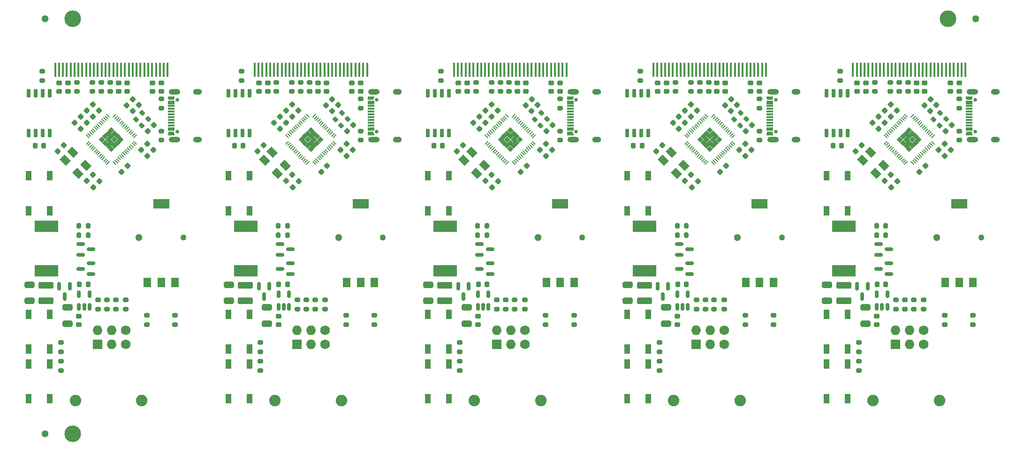
<source format=gts>
%TF.GenerationSoftware,KiCad,Pcbnew,8.99.0-3110-g1838b2656d*%
%TF.CreationDate,2025-01-19T16:03:57+01:00*%
%TF.ProjectId,panel_1x5,70616e65-6c5f-4317-9835-2e6b69636164,1.2*%
%TF.SameCoordinates,PX2faf080PY29f6300*%
%TF.FileFunction,Soldermask,Top*%
%TF.FilePolarity,Negative*%
%FSLAX46Y46*%
G04 Gerber Fmt 4.6, Leading zero omitted, Abs format (unit mm)*
G04 Created by KiCad (PCBNEW 8.99.0-3110-g1838b2656d) date 2025-01-19 16:03:57*
%MOMM*%
%LPD*%
G01*
G04 APERTURE LIST*
G04 Aperture macros list*
%AMRoundRect*
0 Rectangle with rounded corners*
0 $1 Rounding radius*
0 $2 $3 $4 $5 $6 $7 $8 $9 X,Y pos of 4 corners*
0 Add a 4 corners polygon primitive as box body*
4,1,4,$2,$3,$4,$5,$6,$7,$8,$9,$2,$3,0*
0 Add four circle primitives for the rounded corners*
1,1,$1+$1,$2,$3*
1,1,$1+$1,$4,$5*
1,1,$1+$1,$6,$7*
1,1,$1+$1,$8,$9*
0 Add four rect primitives between the rounded corners*
20,1,$1+$1,$2,$3,$4,$5,0*
20,1,$1+$1,$4,$5,$6,$7,0*
20,1,$1+$1,$6,$7,$8,$9,0*
20,1,$1+$1,$8,$9,$2,$3,0*%
%AMHorizOval*
0 Thick line with rounded ends*
0 $1 width*
0 $2 $3 position (X,Y) of the first rounded end (center of the circle)*
0 $4 $5 position (X,Y) of the second rounded end (center of the circle)*
0 Add line between two ends*
20,1,$1,$2,$3,$4,$5,0*
0 Add two circle primitives to create the rounded ends*
1,1,$1,$2,$3*
1,1,$1,$4,$5*%
%AMRotRect*
0 Rectangle, with rotation*
0 The origin of the aperture is its center*
0 $1 length*
0 $2 width*
0 $3 Rotation angle, in degrees counterclockwise*
0 Add horizontal line*
21,1,$1,$2,0,0,$3*%
G04 Aperture macros list end*
%ADD10RotRect,1.600000X1.300000X135.000000*%
%ADD11RoundRect,0.225000X0.335876X0.017678X0.017678X0.335876X-0.335876X-0.017678X-0.017678X-0.335876X0*%
%ADD12RoundRect,0.225000X-0.250000X0.225000X-0.250000X-0.225000X0.250000X-0.225000X0.250000X0.225000X0*%
%ADD13RoundRect,0.200000X-0.275000X0.200000X-0.275000X-0.200000X0.275000X-0.200000X0.275000X0.200000X0*%
%ADD14RoundRect,0.225000X-0.335876X-0.017678X-0.017678X-0.335876X0.335876X0.017678X0.017678X0.335876X0*%
%ADD15RoundRect,0.150000X0.150000X-0.512500X0.150000X0.512500X-0.150000X0.512500X-0.150000X-0.512500X0*%
%ADD16R,1.000000X1.700000*%
%ADD17RoundRect,0.200000X0.275000X-0.200000X0.275000X0.200000X-0.275000X0.200000X-0.275000X-0.200000X0*%
%ADD18R,0.400000X2.540000*%
%ADD19RoundRect,0.225000X0.017678X-0.335876X0.335876X-0.017678X-0.017678X0.335876X-0.335876X0.017678X0*%
%ADD20O,1.727200X1.727200*%
%ADD21R,1.727200X1.727200*%
%ADD22C,1.727200*%
%ADD23RoundRect,0.225000X-0.225000X-0.250000X0.225000X-0.250000X0.225000X0.250000X-0.225000X0.250000X0*%
%ADD24RoundRect,0.150000X-0.150000X0.587500X-0.150000X-0.587500X0.150000X-0.587500X0.150000X0.587500X0*%
%ADD25C,0.650000*%
%ADD26R,1.150000X0.300000*%
%ADD27R,1.100000X0.300000*%
%ADD28O,2.100000X1.000000*%
%ADD29O,1.600000X1.000000*%
%ADD30RoundRect,0.200000X-0.200000X-0.275000X0.200000X-0.275000X0.200000X0.275000X-0.200000X0.275000X0*%
%ADD31C,3.000000*%
%ADD32RoundRect,0.225000X0.250000X-0.225000X0.250000X0.225000X-0.250000X0.225000X-0.250000X-0.225000X0*%
%ADD33R,4.200000X2.000000*%
%ADD34RoundRect,0.150000X-0.587500X-0.150000X0.587500X-0.150000X0.587500X0.150000X-0.587500X0.150000X0*%
%ADD35RoundRect,0.150000X0.587500X0.150000X-0.587500X0.150000X-0.587500X-0.150000X0.587500X-0.150000X0*%
%ADD36RoundRect,0.200000X-0.053033X0.335876X-0.335876X0.053033X0.053033X-0.335876X0.335876X-0.053033X0*%
%ADD37RoundRect,0.250000X-0.650000X0.325000X-0.650000X-0.325000X0.650000X-0.325000X0.650000X0.325000X0*%
%ADD38C,1.300000*%
%ADD39C,1.100000*%
%ADD40R,1.400000X1.800000*%
%ADD41R,3.000000X1.800000*%
%ADD42RoundRect,0.250000X1.075000X-0.375000X1.075000X0.375000X-1.075000X0.375000X-1.075000X-0.375000X0*%
%ADD43RoundRect,0.250000X0.650000X-0.325000X0.650000X0.325000X-0.650000X0.325000X-0.650000X-0.325000X0*%
%ADD44RoundRect,0.225000X-0.017678X0.335876X-0.335876X0.017678X0.017678X-0.335876X0.335876X-0.017678X0*%
%ADD45RoundRect,0.150000X-0.150000X0.650000X-0.150000X-0.650000X0.150000X-0.650000X0.150000X0.650000X0*%
%ADD46HorizOval,0.200000X-0.238649X0.238649X0.238649X-0.238649X0*%
%ADD47HorizOval,0.200000X-0.238649X-0.238649X0.238649X0.238649X0*%
%ADD48RotRect,0.800000X0.800000X315.000000*%
%ADD49C,2.082800*%
%ADD50RoundRect,0.225000X0.225000X0.250000X-0.225000X0.250000X-0.225000X-0.250000X0.225000X-0.250000X0*%
%ADD51RoundRect,0.200000X0.200000X0.275000X-0.200000X0.275000X-0.200000X-0.275000X0.200000X-0.275000X0*%
G04 APERTURE END LIST*
D10*
%TO.C,Y1*%
X120373833Y-28959619D03*
X118040381Y-26626167D03*
X116626167Y-28040381D03*
X118959619Y-30373833D03*
%TD*%
D11*
%TO.C,C23*%
X12548008Y-21248008D03*
X11451992Y-20151992D03*
%TD*%
D12*
%TO.C,C7*%
X83150000Y-56224999D03*
X83150000Y-57775001D03*
%TD*%
D13*
%TO.C,R19*%
X136500000Y-56075000D03*
X136500000Y-57725000D03*
%TD*%
D14*
%TO.C,C11*%
X95451992Y-25051992D03*
X96548008Y-26148008D03*
%TD*%
D15*
%TO.C,U1*%
X83150000Y-54537500D03*
X84100000Y-54537500D03*
X85050000Y-54537500D03*
X85050000Y-52262500D03*
X83150000Y-52262500D03*
%TD*%
D13*
%TO.C,R3*%
X160200000Y-53275000D03*
X160200000Y-54925000D03*
%TD*%
D16*
%TO.C,SW1*%
X74100000Y-37150000D03*
X74100000Y-30850000D03*
X77900000Y-37150000D03*
X77900000Y-30850000D03*
%TD*%
D17*
%TO.C,R11*%
X134000000Y-24425000D03*
X134000000Y-22775000D03*
%TD*%
D18*
%TO.C,OLEDM1*%
X135150000Y-11700000D03*
X134450000Y-11700000D03*
X133750000Y-11700000D03*
X133050000Y-11700000D03*
X132350000Y-11700000D03*
X131650002Y-11700001D03*
X130949999Y-11700001D03*
X130249998Y-11699998D03*
X129550002Y-11700002D03*
X128849998Y-11700000D03*
X128149998Y-11700001D03*
X127450001Y-11700000D03*
X126749998Y-11700000D03*
X126050000Y-11699998D03*
X125350000Y-11699999D03*
X124649998Y-11700000D03*
X123950000Y-11699998D03*
X123250001Y-11699999D03*
X122550000Y-11700002D03*
X121849999Y-11699998D03*
X121150002Y-11699999D03*
X120449998Y-11700002D03*
X119750001Y-11700001D03*
X119050001Y-11699998D03*
X118350000Y-11700002D03*
X117650000Y-11700002D03*
X116949998Y-11700000D03*
X116250000Y-11700000D03*
X115550000Y-11700000D03*
X114850002Y-11700001D03*
%TD*%
D19*
%TO.C,C20*%
X59551992Y-22748008D03*
X60648008Y-21651992D03*
%TD*%
D13*
%TO.C,R3*%
X88200000Y-53275000D03*
X88200000Y-54925000D03*
%TD*%
D20*
%TO.C,X1*%
X14520000Y-58750000D03*
D21*
X14520000Y-61290000D03*
D20*
X17060000Y-58750000D03*
X17060000Y-61290000D03*
D22*
X19600000Y-58750000D03*
X19600000Y-61290000D03*
%TD*%
D11*
%TO.C,C24*%
X158748008Y-19048008D03*
X157651992Y-17951992D03*
%TD*%
D13*
%TO.C,R8*%
X118800000Y-13975000D03*
X118800000Y-15625000D03*
%TD*%
D11*
%TO.C,C23*%
X120548008Y-21248008D03*
X119451992Y-20151992D03*
%TD*%
D17*
%TO.C,R7*%
X159200000Y-15625000D03*
X159200000Y-13975000D03*
%TD*%
D23*
%TO.C,C9*%
X155224999Y-50500000D03*
X156775001Y-50500000D03*
%TD*%
D24*
%TO.C,U2*%
X9505000Y-50802500D03*
X7605001Y-50802499D03*
X8555000Y-52677500D03*
%TD*%
D17*
%TO.C,R2*%
X86600000Y-54925000D03*
X86600000Y-53275000D03*
%TD*%
D11*
%TO.C,C23*%
X48548008Y-21248008D03*
X47451992Y-20151992D03*
%TD*%
D19*
%TO.C,C20*%
X131551992Y-22748008D03*
X132648008Y-21651992D03*
%TD*%
D14*
%TO.C,C11*%
X23451992Y-25051992D03*
X24548008Y-26148008D03*
%TD*%
D13*
%TO.C,R4*%
X161800000Y-53275000D03*
X161800000Y-54925000D03*
%TD*%
D17*
%TO.C,R7*%
X87200000Y-15625000D03*
X87200000Y-13975000D03*
%TD*%
D25*
%TO.C,J3*%
X64895000Y-22890000D03*
X64895001Y-17110000D03*
D26*
X63830000Y-23349999D03*
X63830000Y-22550000D03*
X63830000Y-21250001D03*
X63830000Y-20249999D03*
X63830000Y-19749999D03*
X63829999Y-18750000D03*
X63830000Y-17450000D03*
X63830000Y-16649999D03*
D27*
X63805000Y-16950000D03*
D26*
X63829999Y-17749999D03*
X63830000Y-18250000D03*
X63830001Y-19250000D03*
X63830000Y-20750000D03*
X63830001Y-21749999D03*
X63830001Y-22250001D03*
D27*
X63805000Y-23050001D03*
D28*
X64395000Y-24320002D03*
D29*
X68575000Y-24320001D03*
D28*
X64394998Y-15680000D03*
D29*
X68575000Y-15680000D03*
%TD*%
D19*
%TO.C,C18*%
X128825000Y-19175000D03*
X129921016Y-18078984D03*
%TD*%
D23*
%TO.C,C9*%
X11224999Y-50500000D03*
X12775001Y-50500000D03*
%TD*%
D11*
%TO.C,C23*%
X84548008Y-21248008D03*
X83451992Y-20151992D03*
%TD*%
D30*
%TO.C,R10*%
X119125000Y-41550000D03*
X120775000Y-41550000D03*
%TD*%
D11*
%TO.C,C17*%
X155448008Y-22348008D03*
X154351992Y-21251992D03*
%TD*%
D13*
%TO.C,R19*%
X28500000Y-56075000D03*
X28500000Y-57725000D03*
%TD*%
D30*
%TO.C,R10*%
X155125000Y-41550000D03*
X156775000Y-41550000D03*
%TD*%
D31*
%TO.C,REF\u002A\u002A*%
X10000000Y-77500000D03*
%TD*%
D10*
%TO.C,Y1*%
X48373833Y-28959619D03*
X46040381Y-26626167D03*
X44626167Y-28040381D03*
X46959619Y-30373833D03*
%TD*%
D11*
%TO.C,C16*%
X85648008Y-20148008D03*
X84551992Y-19051992D03*
%TD*%
D15*
%TO.C,U1*%
X11150000Y-54537500D03*
X12100000Y-54537500D03*
X13050000Y-54537500D03*
X13050000Y-52262500D03*
X11150000Y-52262500D03*
%TD*%
D32*
%TO.C,C1*%
X134000000Y-15575001D03*
X134000000Y-14024999D03*
%TD*%
%TO.C,C1*%
X26000000Y-15575001D03*
X26000000Y-14024999D03*
%TD*%
D17*
%TO.C,R16*%
X43900000Y-66025000D03*
X43900000Y-64375000D03*
%TD*%
D18*
%TO.C,OLEDM1*%
X63150000Y-11700000D03*
X62450000Y-11700000D03*
X61750000Y-11700000D03*
X61050000Y-11700000D03*
X60350000Y-11700000D03*
X59650002Y-11700001D03*
X58949999Y-11700001D03*
X58249998Y-11699998D03*
X57550002Y-11700002D03*
X56849998Y-11700000D03*
X56149998Y-11700001D03*
X55450001Y-11700000D03*
X54749998Y-11700000D03*
X54050000Y-11699998D03*
X53350000Y-11699999D03*
X52649998Y-11700000D03*
X51950000Y-11699998D03*
X51250001Y-11699999D03*
X50550000Y-11700002D03*
X49849999Y-11699998D03*
X49150002Y-11699999D03*
X48449998Y-11700002D03*
X47750001Y-11700001D03*
X47050001Y-11699998D03*
X46350000Y-11700002D03*
X45650000Y-11700002D03*
X44949998Y-11700000D03*
X44250000Y-11700000D03*
X43550000Y-11700000D03*
X42850002Y-11700001D03*
%TD*%
D12*
%TO.C,C4*%
X43600000Y-14024999D03*
X43600000Y-15575001D03*
%TD*%
%TO.C,C6*%
X153200000Y-14024999D03*
X153200000Y-15575001D03*
%TD*%
D11*
%TO.C,C16*%
X49648008Y-20148008D03*
X48551992Y-19051992D03*
%TD*%
%TO.C,C16*%
X13648008Y-20148008D03*
X12551992Y-19051992D03*
%TD*%
D33*
%TO.C,LS1*%
X113250000Y-48000000D03*
X113250000Y-40000000D03*
%TD*%
D17*
%TO.C,R2*%
X14600000Y-54925000D03*
X14600000Y-53275000D03*
%TD*%
D34*
%TO.C,Q2*%
X11462499Y-43200004D03*
X11462499Y-45100002D03*
X13337500Y-44150003D03*
%TD*%
D23*
%TO.C,C9*%
X47224999Y-50500000D03*
X48775001Y-50500000D03*
%TD*%
D31*
%TO.C,REF\u002A\u002A*%
X10000000Y-2500000D03*
%TD*%
D17*
%TO.C,R6*%
X49600000Y-15625000D03*
X49600000Y-13975000D03*
%TD*%
D19*
%TO.C,C22*%
X12551992Y-31748008D03*
X13648008Y-30651992D03*
%TD*%
%TO.C,C20*%
X167551992Y-22748008D03*
X168648008Y-21651992D03*
%TD*%
D35*
%TO.C,Q1*%
X49337502Y-48599997D03*
X49337501Y-46700001D03*
X47462500Y-47650000D03*
%TD*%
D36*
%TO.C,R15*%
X130583363Y-19516637D03*
X129416637Y-20683363D03*
%TD*%
D37*
%TO.C,C10*%
X45100000Y-54625000D03*
X45100000Y-57575000D03*
%TD*%
D15*
%TO.C,U1*%
X155150000Y-54537500D03*
X156100000Y-54537500D03*
X157050000Y-54537500D03*
X157050000Y-52262500D03*
X155150000Y-52262500D03*
%TD*%
D17*
%TO.C,R11*%
X26000000Y-24425000D03*
X26000000Y-22775000D03*
%TD*%
%TO.C,R11*%
X98000000Y-24425000D03*
X98000000Y-22775000D03*
%TD*%
D38*
%TO.C,SW2*%
X22000000Y-42000000D03*
D39*
X30000000Y-42000000D03*
D40*
X23500000Y-50100000D03*
X28500000Y-50100000D03*
D41*
X26000000Y-35900000D03*
D40*
X26000000Y-50100000D03*
%TD*%
D13*
%TO.C,R12*%
X98000000Y-16975000D03*
X98000000Y-18625000D03*
%TD*%
D38*
%TO.C,REF\u002A\u002A*%
X5000000Y-77500000D03*
%TD*%
D36*
%TO.C,R14*%
X59633363Y-20566637D03*
X58466637Y-21733363D03*
%TD*%
D14*
%TO.C,C11*%
X59451992Y-25051992D03*
X60548008Y-26148008D03*
%TD*%
%TO.C,C12*%
X58351992Y-26151992D03*
X59448008Y-27248008D03*
%TD*%
D35*
%TO.C,Q1*%
X157337502Y-48599997D03*
X157337501Y-46700001D03*
X155462500Y-47650000D03*
%TD*%
D17*
%TO.C,R16*%
X79900000Y-66025000D03*
X79900000Y-64375000D03*
%TD*%
D10*
%TO.C,Y1*%
X84373833Y-28959619D03*
X82040381Y-26626167D03*
X80626167Y-28040381D03*
X82959619Y-30373833D03*
%TD*%
D17*
%TO.C,R13*%
X79900000Y-62625000D03*
X79900000Y-60975000D03*
%TD*%
D12*
%TO.C,C7*%
X47150000Y-56224999D03*
X47150000Y-57775001D03*
%TD*%
D42*
%TO.C,L1*%
X77200000Y-53400000D03*
X77200000Y-50600000D03*
%TD*%
D32*
%TO.C,C1*%
X62000000Y-15575001D03*
X62000000Y-14024999D03*
%TD*%
D12*
%TO.C,C4*%
X151600000Y-14024999D03*
X151600000Y-15575001D03*
%TD*%
D43*
%TO.C,C8*%
X146200000Y-53475000D03*
X146200000Y-50525000D03*
%TD*%
D23*
%TO.C,C9*%
X83224999Y-50500000D03*
X84775001Y-50500000D03*
%TD*%
D11*
%TO.C,C24*%
X50748008Y-19048008D03*
X49651992Y-17951992D03*
%TD*%
D17*
%TO.C,R6*%
X121600000Y-15625000D03*
X121600000Y-13975000D03*
%TD*%
D44*
%TO.C,C14*%
X55948008Y-29051992D03*
X54851992Y-30148008D03*
%TD*%
%TO.C,C15*%
X86848008Y-31851992D03*
X85751992Y-32948008D03*
%TD*%
D24*
%TO.C,U2*%
X153505000Y-50802500D03*
X151605001Y-50802499D03*
X152555000Y-52677500D03*
%TD*%
D19*
%TO.C,C19*%
X19775000Y-18125000D03*
X20871016Y-17028984D03*
%TD*%
D35*
%TO.C,Q1*%
X13337502Y-48599997D03*
X13337501Y-46700001D03*
X11462500Y-47650000D03*
%TD*%
D45*
%TO.C,U3*%
X113905000Y-15900003D03*
X112635000Y-15900000D03*
X111365000Y-15900000D03*
X110095001Y-15899999D03*
X110095000Y-23099997D03*
X111365000Y-23100000D03*
X112635000Y-23100000D03*
X113904999Y-23100001D03*
%TD*%
D16*
%TO.C,SW3*%
X146100000Y-71150000D03*
X146100000Y-64850000D03*
X149900000Y-71150000D03*
X149900000Y-64850000D03*
%TD*%
D10*
%TO.C,Y1*%
X156373833Y-28959619D03*
X154040381Y-26626167D03*
X152626167Y-28040381D03*
X154959619Y-30373833D03*
%TD*%
D17*
%TO.C,R13*%
X43900000Y-62625000D03*
X43900000Y-60975000D03*
%TD*%
D34*
%TO.C,Q2*%
X119462499Y-43200004D03*
X119462499Y-45100002D03*
X121337500Y-44150003D03*
%TD*%
D16*
%TO.C,SW1*%
X110100000Y-37150000D03*
X110100000Y-30850000D03*
X113900000Y-37150000D03*
X113900000Y-30850000D03*
%TD*%
D11*
%TO.C,C16*%
X121648008Y-20148008D03*
X120551992Y-19051992D03*
%TD*%
%TO.C,C17*%
X47448008Y-22348008D03*
X46351992Y-21251992D03*
%TD*%
D14*
%TO.C,C12*%
X22351992Y-26151992D03*
X23448008Y-27248008D03*
%TD*%
D11*
%TO.C,C17*%
X119448008Y-22348008D03*
X118351992Y-21251992D03*
%TD*%
D19*
%TO.C,C18*%
X164825000Y-19175000D03*
X165921016Y-18078984D03*
%TD*%
D46*
%TO.C,U4*%
X88407797Y-20030841D03*
X88124956Y-20313685D03*
X87842112Y-20596528D03*
X87559270Y-20879371D03*
X87276427Y-21162214D03*
X86993584Y-21445056D03*
X86710743Y-21727898D03*
X86427900Y-22010743D03*
X86145055Y-22293583D03*
X85862214Y-22576427D03*
X85579371Y-22859269D03*
X85296529Y-23142111D03*
X85013683Y-23424956D03*
X84730840Y-23707797D03*
D47*
X84730841Y-24892203D03*
X85013685Y-25175044D03*
X85296528Y-25457888D03*
X85579371Y-25740730D03*
X85862214Y-26023573D03*
X86145056Y-26306416D03*
X86427898Y-26589257D03*
X86710743Y-26872100D03*
X86993583Y-27154945D03*
X87276427Y-27437786D03*
X87559269Y-27720629D03*
X87842111Y-28003471D03*
X88124956Y-28286317D03*
X88407797Y-28569160D03*
D46*
X89592203Y-28569159D03*
X89875044Y-28286315D03*
X90157888Y-28003472D03*
X90440730Y-27720629D03*
X90723573Y-27437786D03*
X91006416Y-27154944D03*
X91289257Y-26872102D03*
X91572100Y-26589257D03*
X91854945Y-26306417D03*
X92137786Y-26023573D03*
X92420629Y-25740731D03*
X92703471Y-25457889D03*
X92986317Y-25175044D03*
X93269160Y-24892203D03*
D47*
X93269159Y-23707797D03*
X92986315Y-23424956D03*
X92703472Y-23142112D03*
X92420629Y-22859270D03*
X92137786Y-22576427D03*
X91854944Y-22293584D03*
X91572102Y-22010743D03*
X91289257Y-21727900D03*
X91006417Y-21445055D03*
X90723573Y-21162214D03*
X90440731Y-20879371D03*
X90157889Y-20596529D03*
X89875044Y-20313683D03*
X89592203Y-20030840D03*
D48*
X88434312Y-23168627D03*
X87868628Y-23734314D03*
X87302943Y-24299999D03*
X89000001Y-22602943D03*
X89565686Y-23168628D03*
X89000000Y-23734315D03*
X88434315Y-24300000D03*
X87868627Y-24865688D03*
X90131373Y-23734312D03*
X89565685Y-24300000D03*
X89000000Y-24865685D03*
X88434314Y-25431372D03*
X88999999Y-25997057D03*
X90697057Y-24300001D03*
X90131372Y-24865686D03*
X89565688Y-25431373D03*
%TD*%
D13*
%TO.C,R17*%
X4500000Y-11975000D03*
X4500000Y-13625000D03*
%TD*%
%TO.C,R12*%
X26000000Y-16975000D03*
X26000000Y-18625000D03*
%TD*%
%TO.C,R8*%
X10800000Y-13975000D03*
X10800000Y-15625000D03*
%TD*%
D19*
%TO.C,C20*%
X23551992Y-22748008D03*
X24648008Y-21651992D03*
%TD*%
D13*
%TO.C,R3*%
X124200000Y-53275000D03*
X124200000Y-54925000D03*
%TD*%
D32*
%TO.C,C3*%
X19800000Y-15575001D03*
X19800000Y-14024999D03*
%TD*%
D34*
%TO.C,Q2*%
X155462499Y-43200004D03*
X155462499Y-45100002D03*
X157337500Y-44150003D03*
%TD*%
D17*
%TO.C,R1*%
X127600000Y-54925000D03*
X127600000Y-53275000D03*
%TD*%
%TO.C,R7*%
X51200000Y-15625000D03*
X51200000Y-13975000D03*
%TD*%
D49*
%TO.C,J2*%
X154500000Y-71500000D03*
%TD*%
D19*
%TO.C,C18*%
X20825000Y-19175000D03*
X21921016Y-18078984D03*
%TD*%
D17*
%TO.C,R13*%
X115900000Y-62625000D03*
X115900000Y-60975000D03*
%TD*%
D44*
%TO.C,C14*%
X163948008Y-29051992D03*
X162851992Y-30148008D03*
%TD*%
D49*
%TO.C,J2*%
X82500000Y-71500000D03*
%TD*%
D44*
%TO.C,C15*%
X50848008Y-31851992D03*
X49751992Y-32948008D03*
%TD*%
D32*
%TO.C,C2*%
X168400000Y-15575001D03*
X168400000Y-14024999D03*
%TD*%
D44*
%TO.C,C14*%
X127948008Y-29051992D03*
X126851992Y-30148008D03*
%TD*%
D17*
%TO.C,R13*%
X7900000Y-62625000D03*
X7900000Y-60975000D03*
%TD*%
%TO.C,R5*%
X16800000Y-15625000D03*
X16800000Y-13975000D03*
%TD*%
D19*
%TO.C,C19*%
X91775000Y-18125000D03*
X92871016Y-17028984D03*
%TD*%
D20*
%TO.C,X1*%
X122520000Y-58750000D03*
D21*
X122520000Y-61290000D03*
D20*
X125060000Y-58750000D03*
X125060000Y-61290000D03*
D22*
X127600000Y-58750000D03*
X127600000Y-61290000D03*
%TD*%
D14*
%TO.C,C12*%
X130351992Y-26151992D03*
X131448008Y-27248008D03*
%TD*%
D18*
%TO.C,OLEDM1*%
X27150000Y-11700000D03*
X26450000Y-11700000D03*
X25750000Y-11700000D03*
X25050000Y-11700000D03*
X24350000Y-11700000D03*
X23650002Y-11700001D03*
X22949999Y-11700001D03*
X22249998Y-11699998D03*
X21550002Y-11700002D03*
X20849998Y-11700000D03*
X20149998Y-11700001D03*
X19450001Y-11700000D03*
X18749998Y-11700000D03*
X18050000Y-11699998D03*
X17350000Y-11699999D03*
X16649998Y-11700000D03*
X15950000Y-11699998D03*
X15250001Y-11699999D03*
X14550000Y-11700002D03*
X13849999Y-11699998D03*
X13150002Y-11699999D03*
X12449998Y-11700002D03*
X11750001Y-11700001D03*
X11050001Y-11699998D03*
X10350000Y-11700002D03*
X9650000Y-11700002D03*
X8949998Y-11700000D03*
X8250000Y-11700000D03*
X7550000Y-11700000D03*
X6850002Y-11700001D03*
%TD*%
D15*
%TO.C,U1*%
X47150000Y-54537500D03*
X48100000Y-54537500D03*
X49050000Y-54537500D03*
X49050000Y-52262500D03*
X47150000Y-52262500D03*
%TD*%
D49*
%TO.C,J2*%
X46500000Y-71500000D03*
%TD*%
D13*
%TO.C,R18*%
X167400000Y-56075000D03*
X167400000Y-57725000D03*
%TD*%
D32*
%TO.C,C2*%
X24400000Y-15575001D03*
X24400000Y-14024999D03*
%TD*%
D17*
%TO.C,R1*%
X163600000Y-54925000D03*
X163600000Y-53275000D03*
%TD*%
D36*
%TO.C,R14*%
X167633363Y-20566637D03*
X166466637Y-21733363D03*
%TD*%
D35*
%TO.C,Q1*%
X85337502Y-48599997D03*
X85337501Y-46700001D03*
X83462500Y-47650000D03*
%TD*%
D13*
%TO.C,R19*%
X172500000Y-56075000D03*
X172500000Y-57725000D03*
%TD*%
D12*
%TO.C,C6*%
X117200000Y-14024999D03*
X117200000Y-15575001D03*
%TD*%
D50*
%TO.C,C13*%
X76775001Y-25400000D03*
X75224999Y-25400000D03*
%TD*%
D16*
%TO.C,SW4*%
X38100000Y-62150000D03*
X38100000Y-55850000D03*
X41900000Y-62150000D03*
X41900000Y-55850000D03*
%TD*%
D36*
%TO.C,R15*%
X22583363Y-19516637D03*
X21416637Y-20683363D03*
%TD*%
D17*
%TO.C,R11*%
X62000000Y-24425000D03*
X62000000Y-22775000D03*
%TD*%
D46*
%TO.C,U4*%
X52407797Y-20030841D03*
X52124956Y-20313685D03*
X51842112Y-20596528D03*
X51559270Y-20879371D03*
X51276427Y-21162214D03*
X50993584Y-21445056D03*
X50710743Y-21727898D03*
X50427900Y-22010743D03*
X50145055Y-22293583D03*
X49862214Y-22576427D03*
X49579371Y-22859269D03*
X49296529Y-23142111D03*
X49013683Y-23424956D03*
X48730840Y-23707797D03*
D47*
X48730841Y-24892203D03*
X49013685Y-25175044D03*
X49296528Y-25457888D03*
X49579371Y-25740730D03*
X49862214Y-26023573D03*
X50145056Y-26306416D03*
X50427898Y-26589257D03*
X50710743Y-26872100D03*
X50993583Y-27154945D03*
X51276427Y-27437786D03*
X51559269Y-27720629D03*
X51842111Y-28003471D03*
X52124956Y-28286317D03*
X52407797Y-28569160D03*
D46*
X53592203Y-28569159D03*
X53875044Y-28286315D03*
X54157888Y-28003472D03*
X54440730Y-27720629D03*
X54723573Y-27437786D03*
X55006416Y-27154944D03*
X55289257Y-26872102D03*
X55572100Y-26589257D03*
X55854945Y-26306417D03*
X56137786Y-26023573D03*
X56420629Y-25740731D03*
X56703471Y-25457889D03*
X56986317Y-25175044D03*
X57269160Y-24892203D03*
D47*
X57269159Y-23707797D03*
X56986315Y-23424956D03*
X56703472Y-23142112D03*
X56420629Y-22859270D03*
X56137786Y-22576427D03*
X55854944Y-22293584D03*
X55572102Y-22010743D03*
X55289257Y-21727900D03*
X55006417Y-21445055D03*
X54723573Y-21162214D03*
X54440731Y-20879371D03*
X54157889Y-20596529D03*
X53875044Y-20313683D03*
X53592203Y-20030840D03*
D48*
X52434312Y-23168627D03*
X51868628Y-23734314D03*
X51302943Y-24299999D03*
X53000001Y-22602943D03*
X53565686Y-23168628D03*
X53000000Y-23734315D03*
X52434315Y-24300000D03*
X51868627Y-24865688D03*
X54131373Y-23734312D03*
X53565685Y-24300000D03*
X53000000Y-24865685D03*
X52434314Y-25431372D03*
X52999999Y-25997057D03*
X54697057Y-24300001D03*
X54131372Y-24865686D03*
X53565688Y-25431373D03*
%TD*%
D17*
%TO.C,R16*%
X151900000Y-66025000D03*
X151900000Y-64375000D03*
%TD*%
D16*
%TO.C,SW4*%
X2100000Y-62150000D03*
X2100000Y-55850000D03*
X5900000Y-62150000D03*
X5900000Y-55850000D03*
%TD*%
%TO.C,SW3*%
X110100000Y-71150000D03*
X110100000Y-64850000D03*
X113900000Y-71150000D03*
X113900000Y-64850000D03*
%TD*%
D46*
%TO.C,U4*%
X124407797Y-20030841D03*
X124124956Y-20313685D03*
X123842112Y-20596528D03*
X123559270Y-20879371D03*
X123276427Y-21162214D03*
X122993584Y-21445056D03*
X122710743Y-21727898D03*
X122427900Y-22010743D03*
X122145055Y-22293583D03*
X121862214Y-22576427D03*
X121579371Y-22859269D03*
X121296529Y-23142111D03*
X121013683Y-23424956D03*
X120730840Y-23707797D03*
D47*
X120730841Y-24892203D03*
X121013685Y-25175044D03*
X121296528Y-25457888D03*
X121579371Y-25740730D03*
X121862214Y-26023573D03*
X122145056Y-26306416D03*
X122427898Y-26589257D03*
X122710743Y-26872100D03*
X122993583Y-27154945D03*
X123276427Y-27437786D03*
X123559269Y-27720629D03*
X123842111Y-28003471D03*
X124124956Y-28286317D03*
X124407797Y-28569160D03*
D46*
X125592203Y-28569159D03*
X125875044Y-28286315D03*
X126157888Y-28003472D03*
X126440730Y-27720629D03*
X126723573Y-27437786D03*
X127006416Y-27154944D03*
X127289257Y-26872102D03*
X127572100Y-26589257D03*
X127854945Y-26306417D03*
X128137786Y-26023573D03*
X128420629Y-25740731D03*
X128703471Y-25457889D03*
X128986317Y-25175044D03*
X129269160Y-24892203D03*
D47*
X129269159Y-23707797D03*
X128986315Y-23424956D03*
X128703472Y-23142112D03*
X128420629Y-22859270D03*
X128137786Y-22576427D03*
X127854944Y-22293584D03*
X127572102Y-22010743D03*
X127289257Y-21727900D03*
X127006417Y-21445055D03*
X126723573Y-21162214D03*
X126440731Y-20879371D03*
X126157889Y-20596529D03*
X125875044Y-20313683D03*
X125592203Y-20030840D03*
D48*
X124434312Y-23168627D03*
X123868628Y-23734314D03*
X123302943Y-24299999D03*
X125000001Y-22602943D03*
X125565686Y-23168628D03*
X125000000Y-23734315D03*
X124434315Y-24300000D03*
X123868627Y-24865688D03*
X126131373Y-23734312D03*
X125565685Y-24300000D03*
X125000000Y-24865685D03*
X124434314Y-25431372D03*
X124999999Y-25997057D03*
X126697057Y-24300001D03*
X126131372Y-24865686D03*
X125565688Y-25431373D03*
%TD*%
D25*
%TO.C,J3*%
X136895000Y-22890000D03*
X136895001Y-17110000D03*
D26*
X135830000Y-23349999D03*
X135830000Y-22550000D03*
X135830000Y-21250001D03*
X135830000Y-20249999D03*
X135830000Y-19749999D03*
X135829999Y-18750000D03*
X135830000Y-17450000D03*
X135830000Y-16649999D03*
D27*
X135805000Y-16950000D03*
D26*
X135829999Y-17749999D03*
X135830000Y-18250000D03*
X135830001Y-19250000D03*
X135830000Y-20750000D03*
X135830001Y-21749999D03*
X135830001Y-22250001D03*
D27*
X135805000Y-23050001D03*
D28*
X136395000Y-24320002D03*
D29*
X140575000Y-24320001D03*
D28*
X136394998Y-15680000D03*
D29*
X140575000Y-15680000D03*
%TD*%
D13*
%TO.C,R8*%
X82800000Y-13975000D03*
X82800000Y-15625000D03*
%TD*%
D19*
%TO.C,C18*%
X92825000Y-19175000D03*
X93921016Y-18078984D03*
%TD*%
D43*
%TO.C,C8*%
X2200000Y-53475000D03*
X2200000Y-50525000D03*
%TD*%
D30*
%TO.C,R10*%
X83125000Y-41550000D03*
X84775000Y-41550000D03*
%TD*%
D37*
%TO.C,C10*%
X153100000Y-54625000D03*
X153100000Y-57575000D03*
%TD*%
D25*
%TO.C,J3*%
X28895000Y-22890000D03*
X28895001Y-17110000D03*
D26*
X27830000Y-23349999D03*
X27830000Y-22550000D03*
X27830000Y-21250001D03*
X27830000Y-20249999D03*
X27830000Y-19749999D03*
X27829999Y-18750000D03*
X27830000Y-17450000D03*
X27830000Y-16649999D03*
D27*
X27805000Y-16950000D03*
D26*
X27829999Y-17749999D03*
X27830000Y-18250000D03*
X27830001Y-19250000D03*
X27830000Y-20750000D03*
X27830001Y-21749999D03*
X27830001Y-22250001D03*
D27*
X27805000Y-23050001D03*
D28*
X28395000Y-24320002D03*
D29*
X32575000Y-24320001D03*
D28*
X28394998Y-15680000D03*
D29*
X32575000Y-15680000D03*
%TD*%
D17*
%TO.C,R5*%
X124800000Y-15625000D03*
X124800000Y-13975000D03*
%TD*%
D43*
%TO.C,C8*%
X38200000Y-53475000D03*
X38200000Y-50525000D03*
%TD*%
D11*
%TO.C,C23*%
X156548008Y-21248008D03*
X155451992Y-20151992D03*
%TD*%
D14*
%TO.C,C11*%
X167451992Y-25051992D03*
X168548008Y-26148008D03*
%TD*%
D13*
%TO.C,R17*%
X148500000Y-11975000D03*
X148500000Y-13625000D03*
%TD*%
D44*
%TO.C,C14*%
X19948008Y-29051992D03*
X18851992Y-30148008D03*
%TD*%
D38*
%TO.C,SW2*%
X94000000Y-42000000D03*
D39*
X102000000Y-42000000D03*
D40*
X95500000Y-50100000D03*
X100500000Y-50100000D03*
D41*
X98000000Y-35900000D03*
D40*
X98000000Y-50100000D03*
%TD*%
D25*
%TO.C,J3*%
X172895000Y-22890000D03*
X172895001Y-17110000D03*
D26*
X171830000Y-23349999D03*
X171830000Y-22550000D03*
X171830000Y-21250001D03*
X171830000Y-20249999D03*
X171830000Y-19749999D03*
X171829999Y-18750000D03*
X171830000Y-17450000D03*
X171830000Y-16649999D03*
D27*
X171805000Y-16950000D03*
D26*
X171829999Y-17749999D03*
X171830000Y-18250000D03*
X171830001Y-19250000D03*
X171830000Y-20750000D03*
X171830001Y-21749999D03*
X171830001Y-22250001D03*
D27*
X171805000Y-23050001D03*
D28*
X172395000Y-24320002D03*
D29*
X176575000Y-24320001D03*
D28*
X172394998Y-15680000D03*
D29*
X176575000Y-15680000D03*
%TD*%
D17*
%TO.C,R6*%
X85600000Y-15625000D03*
X85600000Y-13975000D03*
%TD*%
D51*
%TO.C,R9*%
X12775000Y-39900000D03*
X11125000Y-39900000D03*
%TD*%
D49*
%TO.C,J1*%
X130500000Y-71500000D03*
%TD*%
D13*
%TO.C,R18*%
X131400000Y-56075000D03*
X131400000Y-57725000D03*
%TD*%
D45*
%TO.C,U3*%
X77905000Y-15900003D03*
X76635000Y-15900000D03*
X75365000Y-15900000D03*
X74095001Y-15899999D03*
X74095000Y-23099997D03*
X75365000Y-23100000D03*
X76635000Y-23100000D03*
X77904999Y-23100001D03*
%TD*%
D36*
%TO.C,R15*%
X58583363Y-19516637D03*
X57416637Y-20683363D03*
%TD*%
D38*
%TO.C,REF\u002A\u002A*%
X5000000Y-2500000D03*
%TD*%
D13*
%TO.C,R3*%
X52200000Y-53275000D03*
X52200000Y-54925000D03*
%TD*%
D51*
%TO.C,R9*%
X120775000Y-39900000D03*
X119125000Y-39900000D03*
%TD*%
D44*
%TO.C,C15*%
X158848008Y-31851992D03*
X157751992Y-32948008D03*
%TD*%
D31*
%TO.C,REF\u002A\u002A*%
X168000000Y-2500000D03*
%TD*%
D20*
%TO.C,X1*%
X86520000Y-58750000D03*
D21*
X86520000Y-61290000D03*
D20*
X89060000Y-58750000D03*
X89060000Y-61290000D03*
D22*
X91600000Y-58750000D03*
X91600000Y-61290000D03*
%TD*%
D13*
%TO.C,R17*%
X40500000Y-11975000D03*
X40500000Y-13625000D03*
%TD*%
D42*
%TO.C,L1*%
X149200000Y-53400000D03*
X149200000Y-50600000D03*
%TD*%
D13*
%TO.C,R4*%
X53800000Y-53275000D03*
X53800000Y-54925000D03*
%TD*%
D20*
%TO.C,X1*%
X50520000Y-58750000D03*
D21*
X50520000Y-61290000D03*
D20*
X53060000Y-58750000D03*
X53060000Y-61290000D03*
D22*
X55600000Y-58750000D03*
X55600000Y-61290000D03*
%TD*%
D51*
%TO.C,R9*%
X48775000Y-39900000D03*
X47125000Y-39900000D03*
%TD*%
D17*
%TO.C,R6*%
X157600000Y-15625000D03*
X157600000Y-13975000D03*
%TD*%
D46*
%TO.C,U4*%
X16407797Y-20030841D03*
X16124956Y-20313685D03*
X15842112Y-20596528D03*
X15559270Y-20879371D03*
X15276427Y-21162214D03*
X14993584Y-21445056D03*
X14710743Y-21727898D03*
X14427900Y-22010743D03*
X14145055Y-22293583D03*
X13862214Y-22576427D03*
X13579371Y-22859269D03*
X13296529Y-23142111D03*
X13013683Y-23424956D03*
X12730840Y-23707797D03*
D47*
X12730841Y-24892203D03*
X13013685Y-25175044D03*
X13296528Y-25457888D03*
X13579371Y-25740730D03*
X13862214Y-26023573D03*
X14145056Y-26306416D03*
X14427898Y-26589257D03*
X14710743Y-26872100D03*
X14993583Y-27154945D03*
X15276427Y-27437786D03*
X15559269Y-27720629D03*
X15842111Y-28003471D03*
X16124956Y-28286317D03*
X16407797Y-28569160D03*
D46*
X17592203Y-28569159D03*
X17875044Y-28286315D03*
X18157888Y-28003472D03*
X18440730Y-27720629D03*
X18723573Y-27437786D03*
X19006416Y-27154944D03*
X19289257Y-26872102D03*
X19572100Y-26589257D03*
X19854945Y-26306417D03*
X20137786Y-26023573D03*
X20420629Y-25740731D03*
X20703471Y-25457889D03*
X20986317Y-25175044D03*
X21269160Y-24892203D03*
D47*
X21269159Y-23707797D03*
X20986315Y-23424956D03*
X20703472Y-23142112D03*
X20420629Y-22859270D03*
X20137786Y-22576427D03*
X19854944Y-22293584D03*
X19572102Y-22010743D03*
X19289257Y-21727900D03*
X19006417Y-21445055D03*
X18723573Y-21162214D03*
X18440731Y-20879371D03*
X18157889Y-20596529D03*
X17875044Y-20313683D03*
X17592203Y-20030840D03*
D48*
X16434312Y-23168627D03*
X15868628Y-23734314D03*
X15302943Y-24299999D03*
X17000001Y-22602943D03*
X17565686Y-23168628D03*
X17000000Y-23734315D03*
X16434315Y-24300000D03*
X15868627Y-24865688D03*
X18131373Y-23734312D03*
X17565685Y-24300000D03*
X17000000Y-24865685D03*
X16434314Y-25431372D03*
X16999999Y-25997057D03*
X18697057Y-24300001D03*
X18131372Y-24865686D03*
X17565688Y-25431373D03*
%TD*%
D43*
%TO.C,C8*%
X74200000Y-53475000D03*
X74200000Y-50525000D03*
%TD*%
D37*
%TO.C,C10*%
X9100000Y-54625000D03*
X9100000Y-57575000D03*
%TD*%
D32*
%TO.C,C5*%
X90300000Y-15575001D03*
X90300000Y-14024999D03*
%TD*%
D42*
%TO.C,L1*%
X41200000Y-53400000D03*
X41200000Y-50600000D03*
%TD*%
D32*
%TO.C,C3*%
X55800000Y-15575001D03*
X55800000Y-14024999D03*
%TD*%
D44*
%TO.C,C21*%
X44448008Y-25351992D03*
X43351992Y-26448008D03*
%TD*%
D32*
%TO.C,C2*%
X60400000Y-15575001D03*
X60400000Y-14024999D03*
%TD*%
D13*
%TO.C,R17*%
X76500000Y-11975000D03*
X76500000Y-13625000D03*
%TD*%
D44*
%TO.C,C15*%
X14848008Y-31851992D03*
X13751992Y-32948008D03*
%TD*%
%TO.C,C21*%
X8448008Y-25351992D03*
X7351992Y-26448008D03*
%TD*%
D13*
%TO.C,R12*%
X170000000Y-16975000D03*
X170000000Y-18625000D03*
%TD*%
D50*
%TO.C,C13*%
X40775001Y-25400000D03*
X39224999Y-25400000D03*
%TD*%
D13*
%TO.C,R18*%
X59400000Y-56075000D03*
X59400000Y-57725000D03*
%TD*%
D16*
%TO.C,SW4*%
X146100000Y-62150000D03*
X146100000Y-55850000D03*
X149900000Y-62150000D03*
X149900000Y-55850000D03*
%TD*%
%TO.C,SW1*%
X2100000Y-37150000D03*
X2100000Y-30850000D03*
X5900000Y-37150000D03*
X5900000Y-30850000D03*
%TD*%
D44*
%TO.C,C21*%
X80448008Y-25351992D03*
X79351992Y-26448008D03*
%TD*%
D19*
%TO.C,C22*%
X156551992Y-31748008D03*
X157648008Y-30651992D03*
%TD*%
D45*
%TO.C,U3*%
X149905000Y-15900003D03*
X148635000Y-15900000D03*
X147365000Y-15900000D03*
X146095001Y-15899999D03*
X146095000Y-23099997D03*
X147365000Y-23100000D03*
X148635000Y-23100000D03*
X149904999Y-23100001D03*
%TD*%
D15*
%TO.C,U1*%
X119150000Y-54537500D03*
X120100000Y-54537500D03*
X121050000Y-54537500D03*
X121050000Y-52262500D03*
X119150000Y-52262500D03*
%TD*%
D18*
%TO.C,OLEDM1*%
X99150000Y-11700000D03*
X98450000Y-11700000D03*
X97750000Y-11700000D03*
X97050000Y-11700000D03*
X96350000Y-11700000D03*
X95650002Y-11700001D03*
X94949999Y-11700001D03*
X94249998Y-11699998D03*
X93550002Y-11700002D03*
X92849998Y-11700000D03*
X92149998Y-11700001D03*
X91450001Y-11700000D03*
X90749998Y-11700000D03*
X90050000Y-11699998D03*
X89350000Y-11699999D03*
X88649998Y-11700000D03*
X87950000Y-11699998D03*
X87250001Y-11699999D03*
X86550000Y-11700002D03*
X85849999Y-11699998D03*
X85150002Y-11699999D03*
X84449998Y-11700002D03*
X83750001Y-11700001D03*
X83050001Y-11699998D03*
X82350000Y-11700002D03*
X81650000Y-11700002D03*
X80949998Y-11700000D03*
X80250000Y-11700000D03*
X79550000Y-11700000D03*
X78850002Y-11700001D03*
%TD*%
D16*
%TO.C,SW4*%
X110100000Y-62150000D03*
X110100000Y-55850000D03*
X113900000Y-62150000D03*
X113900000Y-55850000D03*
%TD*%
D36*
%TO.C,R14*%
X95633363Y-20566637D03*
X94466637Y-21733363D03*
%TD*%
D38*
%TO.C,SW2*%
X58000000Y-42000000D03*
D39*
X66000000Y-42000000D03*
D40*
X59500000Y-50100000D03*
X64500000Y-50100000D03*
D41*
X62000000Y-35900000D03*
D40*
X62000000Y-50100000D03*
%TD*%
D50*
%TO.C,C13*%
X4775001Y-25400000D03*
X3224999Y-25400000D03*
%TD*%
D33*
%TO.C,LS1*%
X41250000Y-48000000D03*
X41250000Y-40000000D03*
%TD*%
D12*
%TO.C,C7*%
X11150000Y-56224999D03*
X11150000Y-57775001D03*
%TD*%
%TO.C,C4*%
X115600000Y-14024999D03*
X115600000Y-15575001D03*
%TD*%
D17*
%TO.C,R2*%
X50600000Y-54925000D03*
X50600000Y-53275000D03*
%TD*%
D13*
%TO.C,R4*%
X125800000Y-53275000D03*
X125800000Y-54925000D03*
%TD*%
D38*
%TO.C,SW2*%
X166000000Y-42000000D03*
D39*
X174000000Y-42000000D03*
D40*
X167500000Y-50100000D03*
X172500000Y-50100000D03*
D41*
X170000000Y-35900000D03*
D40*
X170000000Y-50100000D03*
%TD*%
D19*
%TO.C,C19*%
X127775000Y-18125000D03*
X128871016Y-17028984D03*
%TD*%
D14*
%TO.C,C12*%
X94351992Y-26151992D03*
X95448008Y-27248008D03*
%TD*%
D35*
%TO.C,Q1*%
X121337502Y-48599997D03*
X121337501Y-46700001D03*
X119462500Y-47650000D03*
%TD*%
D13*
%TO.C,R18*%
X95400000Y-56075000D03*
X95400000Y-57725000D03*
%TD*%
D23*
%TO.C,C9*%
X119224999Y-50500000D03*
X120775001Y-50500000D03*
%TD*%
D17*
%TO.C,R2*%
X158600000Y-54925000D03*
X158600000Y-53275000D03*
%TD*%
D11*
%TO.C,C17*%
X11448008Y-22348008D03*
X10351992Y-21251992D03*
%TD*%
D32*
%TO.C,C5*%
X126300000Y-15575001D03*
X126300000Y-14024999D03*
%TD*%
D34*
%TO.C,Q2*%
X83462499Y-43200004D03*
X83462499Y-45100002D03*
X85337500Y-44150003D03*
%TD*%
D50*
%TO.C,C13*%
X148775001Y-25400000D03*
X147224999Y-25400000D03*
%TD*%
D32*
%TO.C,C5*%
X18300000Y-15575001D03*
X18300000Y-14024999D03*
%TD*%
D19*
%TO.C,C22*%
X120551992Y-31748008D03*
X121648008Y-30651992D03*
%TD*%
D11*
%TO.C,C24*%
X86748008Y-19048008D03*
X85651992Y-17951992D03*
%TD*%
D12*
%TO.C,C4*%
X79600000Y-14024999D03*
X79600000Y-15575001D03*
%TD*%
D16*
%TO.C,SW3*%
X38100000Y-71150000D03*
X38100000Y-64850000D03*
X41900000Y-71150000D03*
X41900000Y-64850000D03*
%TD*%
D14*
%TO.C,C11*%
X131451992Y-25051992D03*
X132548008Y-26148008D03*
%TD*%
D19*
%TO.C,C18*%
X56825000Y-19175000D03*
X57921016Y-18078984D03*
%TD*%
D44*
%TO.C,C14*%
X91948008Y-29051992D03*
X90851992Y-30148008D03*
%TD*%
D25*
%TO.C,J3*%
X100895000Y-22890000D03*
X100895001Y-17110000D03*
D26*
X99830000Y-23349999D03*
X99830000Y-22550000D03*
X99830000Y-21250001D03*
X99830000Y-20249999D03*
X99830000Y-19749999D03*
X99829999Y-18750000D03*
X99830000Y-17450000D03*
X99830000Y-16649999D03*
D27*
X99805000Y-16950000D03*
D26*
X99829999Y-17749999D03*
X99830000Y-18250000D03*
X99830001Y-19250000D03*
X99830000Y-20750000D03*
X99830001Y-21749999D03*
X99830001Y-22250001D03*
D27*
X99805000Y-23050001D03*
D28*
X100395000Y-24320002D03*
D29*
X104575000Y-24320001D03*
D28*
X100394998Y-15680000D03*
D29*
X104575000Y-15680000D03*
%TD*%
D17*
%TO.C,R5*%
X52800000Y-15625000D03*
X52800000Y-13975000D03*
%TD*%
%TO.C,R16*%
X115900000Y-66025000D03*
X115900000Y-64375000D03*
%TD*%
D13*
%TO.C,R3*%
X16200000Y-53275000D03*
X16200000Y-54925000D03*
%TD*%
D30*
%TO.C,R10*%
X47125000Y-41550000D03*
X48775000Y-41550000D03*
%TD*%
D10*
%TO.C,Y1*%
X12373833Y-28959619D03*
X10040381Y-26626167D03*
X8626167Y-28040381D03*
X10959619Y-30373833D03*
%TD*%
D36*
%TO.C,R15*%
X94583363Y-19516637D03*
X93416637Y-20683363D03*
%TD*%
D19*
%TO.C,C19*%
X55775000Y-18125000D03*
X56871016Y-17028984D03*
%TD*%
D11*
%TO.C,C24*%
X14748008Y-19048008D03*
X13651992Y-17951992D03*
%TD*%
D49*
%TO.C,J1*%
X94500000Y-71500000D03*
%TD*%
D32*
%TO.C,C2*%
X96400000Y-15575001D03*
X96400000Y-14024999D03*
%TD*%
%TO.C,C5*%
X54300000Y-15575001D03*
X54300000Y-14024999D03*
%TD*%
D12*
%TO.C,C6*%
X45200000Y-14024999D03*
X45200000Y-15575001D03*
%TD*%
D38*
%TO.C,REF\u002A\u002A*%
X173000000Y-2500000D03*
%TD*%
D19*
%TO.C,C22*%
X84551992Y-31748008D03*
X85648008Y-30651992D03*
%TD*%
D49*
%TO.C,J2*%
X118500000Y-71500000D03*
%TD*%
D43*
%TO.C,C8*%
X110200000Y-53475000D03*
X110200000Y-50525000D03*
%TD*%
D17*
%TO.C,R5*%
X88800000Y-15625000D03*
X88800000Y-13975000D03*
%TD*%
D20*
%TO.C,X1*%
X158520000Y-58750000D03*
D21*
X158520000Y-61290000D03*
D20*
X161060000Y-58750000D03*
X161060000Y-61290000D03*
D22*
X163600000Y-58750000D03*
X163600000Y-61290000D03*
%TD*%
D44*
%TO.C,C15*%
X122848008Y-31851992D03*
X121751992Y-32948008D03*
%TD*%
D13*
%TO.C,R19*%
X100500000Y-56075000D03*
X100500000Y-57725000D03*
%TD*%
D42*
%TO.C,L1*%
X5200000Y-53400000D03*
X5200000Y-50600000D03*
%TD*%
D16*
%TO.C,SW3*%
X74100000Y-71150000D03*
X74100000Y-64850000D03*
X77900000Y-71150000D03*
X77900000Y-64850000D03*
%TD*%
D37*
%TO.C,C10*%
X81100000Y-54625000D03*
X81100000Y-57575000D03*
%TD*%
D17*
%TO.C,R1*%
X19600000Y-54925000D03*
X19600000Y-53275000D03*
%TD*%
D32*
%TO.C,C2*%
X132400000Y-15575001D03*
X132400000Y-14024999D03*
%TD*%
D17*
%TO.C,R1*%
X55600000Y-54925000D03*
X55600000Y-53275000D03*
%TD*%
D19*
%TO.C,C19*%
X163775000Y-18125000D03*
X164871016Y-17028984D03*
%TD*%
D16*
%TO.C,SW4*%
X74100000Y-62150000D03*
X74100000Y-55850000D03*
X77900000Y-62150000D03*
X77900000Y-55850000D03*
%TD*%
D30*
%TO.C,R10*%
X11125000Y-41550000D03*
X12775000Y-41550000D03*
%TD*%
D17*
%TO.C,R7*%
X15200000Y-15625000D03*
X15200000Y-13975000D03*
%TD*%
D32*
%TO.C,C1*%
X98000000Y-15575001D03*
X98000000Y-14024999D03*
%TD*%
D49*
%TO.C,J1*%
X22500000Y-71500000D03*
%TD*%
D17*
%TO.C,R6*%
X13600000Y-15625000D03*
X13600000Y-13975000D03*
%TD*%
D11*
%TO.C,C17*%
X83448008Y-22348008D03*
X82351992Y-21251992D03*
%TD*%
D38*
%TO.C,SW2*%
X130000000Y-42000000D03*
D39*
X138000000Y-42000000D03*
D40*
X131500000Y-50100000D03*
X136500000Y-50100000D03*
D41*
X134000000Y-35900000D03*
D40*
X134000000Y-50100000D03*
%TD*%
D42*
%TO.C,L1*%
X113200000Y-53400000D03*
X113200000Y-50600000D03*
%TD*%
D17*
%TO.C,R16*%
X7900000Y-66025000D03*
X7900000Y-64375000D03*
%TD*%
D12*
%TO.C,C4*%
X7600000Y-14024999D03*
X7600000Y-15575001D03*
%TD*%
D13*
%TO.C,R8*%
X46800000Y-13975000D03*
X46800000Y-15625000D03*
%TD*%
%TO.C,R19*%
X64500000Y-56075000D03*
X64500000Y-57725000D03*
%TD*%
D49*
%TO.C,J1*%
X166500000Y-71500000D03*
%TD*%
D17*
%TO.C,R5*%
X160800000Y-15625000D03*
X160800000Y-13975000D03*
%TD*%
D24*
%TO.C,U2*%
X81505000Y-50802500D03*
X79605001Y-50802499D03*
X80555000Y-52677500D03*
%TD*%
D36*
%TO.C,R14*%
X131633363Y-20566637D03*
X130466637Y-21733363D03*
%TD*%
D13*
%TO.C,R4*%
X89800000Y-53275000D03*
X89800000Y-54925000D03*
%TD*%
%TO.C,R8*%
X154800000Y-13975000D03*
X154800000Y-15625000D03*
%TD*%
D16*
%TO.C,SW3*%
X2100000Y-71150000D03*
X2100000Y-64850000D03*
X5900000Y-71150000D03*
X5900000Y-64850000D03*
%TD*%
D33*
%TO.C,LS1*%
X5250000Y-48000000D03*
X5250000Y-40000000D03*
%TD*%
%TO.C,LS1*%
X77250000Y-48000000D03*
X77250000Y-40000000D03*
%TD*%
D17*
%TO.C,R11*%
X170000000Y-24425000D03*
X170000000Y-22775000D03*
%TD*%
D36*
%TO.C,R15*%
X166583363Y-19516637D03*
X165416637Y-20683363D03*
%TD*%
D32*
%TO.C,C3*%
X163800000Y-15575001D03*
X163800000Y-14024999D03*
%TD*%
D13*
%TO.C,R17*%
X112500000Y-11975000D03*
X112500000Y-13625000D03*
%TD*%
D36*
%TO.C,R14*%
X23633363Y-20566637D03*
X22466637Y-21733363D03*
%TD*%
D32*
%TO.C,C3*%
X127800000Y-15575001D03*
X127800000Y-14024999D03*
%TD*%
D51*
%TO.C,R9*%
X84775000Y-39900000D03*
X83125000Y-39900000D03*
%TD*%
D11*
%TO.C,C16*%
X157648008Y-20148008D03*
X156551992Y-19051992D03*
%TD*%
D50*
%TO.C,C13*%
X112775001Y-25400000D03*
X111224999Y-25400000D03*
%TD*%
D24*
%TO.C,U2*%
X45505000Y-50802500D03*
X43605001Y-50802499D03*
X44555000Y-52677500D03*
%TD*%
D33*
%TO.C,LS1*%
X149250000Y-48000000D03*
X149250000Y-40000000D03*
%TD*%
D32*
%TO.C,C1*%
X170000000Y-15575001D03*
X170000000Y-14024999D03*
%TD*%
D44*
%TO.C,C21*%
X152448008Y-25351992D03*
X151351992Y-26448008D03*
%TD*%
%TO.C,C21*%
X116448008Y-25351992D03*
X115351992Y-26448008D03*
%TD*%
D17*
%TO.C,R2*%
X122600000Y-54925000D03*
X122600000Y-53275000D03*
%TD*%
D12*
%TO.C,C7*%
X155150000Y-56224999D03*
X155150000Y-57775001D03*
%TD*%
D32*
%TO.C,C3*%
X91800000Y-15575001D03*
X91800000Y-14024999D03*
%TD*%
D11*
%TO.C,C24*%
X122748008Y-19048008D03*
X121651992Y-17951992D03*
%TD*%
D49*
%TO.C,J1*%
X58500000Y-71500000D03*
%TD*%
D13*
%TO.C,R4*%
X17800000Y-53275000D03*
X17800000Y-54925000D03*
%TD*%
D24*
%TO.C,U2*%
X117505000Y-50802500D03*
X115605001Y-50802499D03*
X116555000Y-52677500D03*
%TD*%
D46*
%TO.C,U4*%
X160407797Y-20030841D03*
X160124956Y-20313685D03*
X159842112Y-20596528D03*
X159559270Y-20879371D03*
X159276427Y-21162214D03*
X158993584Y-21445056D03*
X158710743Y-21727898D03*
X158427900Y-22010743D03*
X158145055Y-22293583D03*
X157862214Y-22576427D03*
X157579371Y-22859269D03*
X157296529Y-23142111D03*
X157013683Y-23424956D03*
X156730840Y-23707797D03*
D47*
X156730841Y-24892203D03*
X157013685Y-25175044D03*
X157296528Y-25457888D03*
X157579371Y-25740730D03*
X157862214Y-26023573D03*
X158145056Y-26306416D03*
X158427898Y-26589257D03*
X158710743Y-26872100D03*
X158993583Y-27154945D03*
X159276427Y-27437786D03*
X159559269Y-27720629D03*
X159842111Y-28003471D03*
X160124956Y-28286317D03*
X160407797Y-28569160D03*
D46*
X161592203Y-28569159D03*
X161875044Y-28286315D03*
X162157888Y-28003472D03*
X162440730Y-27720629D03*
X162723573Y-27437786D03*
X163006416Y-27154944D03*
X163289257Y-26872102D03*
X163572100Y-26589257D03*
X163854945Y-26306417D03*
X164137786Y-26023573D03*
X164420629Y-25740731D03*
X164703471Y-25457889D03*
X164986317Y-25175044D03*
X165269160Y-24892203D03*
D47*
X165269159Y-23707797D03*
X164986315Y-23424956D03*
X164703472Y-23142112D03*
X164420629Y-22859270D03*
X164137786Y-22576427D03*
X163854944Y-22293584D03*
X163572102Y-22010743D03*
X163289257Y-21727900D03*
X163006417Y-21445055D03*
X162723573Y-21162214D03*
X162440731Y-20879371D03*
X162157889Y-20596529D03*
X161875044Y-20313683D03*
X161592203Y-20030840D03*
D48*
X160434312Y-23168627D03*
X159868628Y-23734314D03*
X159302943Y-24299999D03*
X161000001Y-22602943D03*
X161565686Y-23168628D03*
X161000000Y-23734315D03*
X160434315Y-24300000D03*
X159868627Y-24865688D03*
X162131373Y-23734312D03*
X161565685Y-24300000D03*
X161000000Y-24865685D03*
X160434314Y-25431372D03*
X160999999Y-25997057D03*
X162697057Y-24300001D03*
X162131372Y-24865686D03*
X161565688Y-25431373D03*
%TD*%
D17*
%TO.C,R1*%
X91600000Y-54925000D03*
X91600000Y-53275000D03*
%TD*%
%TO.C,R13*%
X151900000Y-62625000D03*
X151900000Y-60975000D03*
%TD*%
D16*
%TO.C,SW1*%
X146100000Y-37150000D03*
X146100000Y-30850000D03*
X149900000Y-37150000D03*
X149900000Y-30850000D03*
%TD*%
D12*
%TO.C,C6*%
X9200000Y-14024999D03*
X9200000Y-15575001D03*
%TD*%
D45*
%TO.C,U3*%
X5905000Y-15900003D03*
X4635000Y-15900000D03*
X3365000Y-15900000D03*
X2095001Y-15899999D03*
X2095000Y-23099997D03*
X3365000Y-23100000D03*
X4635000Y-23100000D03*
X5904999Y-23100001D03*
%TD*%
D14*
%TO.C,C12*%
X166351992Y-26151992D03*
X167448008Y-27248008D03*
%TD*%
D12*
%TO.C,C6*%
X81200000Y-14024999D03*
X81200000Y-15575001D03*
%TD*%
D49*
%TO.C,J2*%
X10500000Y-71500000D03*
%TD*%
D13*
%TO.C,R12*%
X62000000Y-16975000D03*
X62000000Y-18625000D03*
%TD*%
D18*
%TO.C,OLEDM1*%
X171150000Y-11700000D03*
X170450000Y-11700000D03*
X169750000Y-11700000D03*
X169050000Y-11700000D03*
X168350000Y-11700000D03*
X167650002Y-11700001D03*
X166949999Y-11700001D03*
X166249998Y-11699998D03*
X165550002Y-11700002D03*
X164849998Y-11700000D03*
X164149998Y-11700001D03*
X163450001Y-11700000D03*
X162749998Y-11700000D03*
X162050000Y-11699998D03*
X161350000Y-11699999D03*
X160649998Y-11700000D03*
X159950000Y-11699998D03*
X159250001Y-11699999D03*
X158550000Y-11700002D03*
X157849999Y-11699998D03*
X157150002Y-11699999D03*
X156449998Y-11700002D03*
X155750001Y-11700001D03*
X155050001Y-11699998D03*
X154350000Y-11700002D03*
X153650000Y-11700002D03*
X152949998Y-11700000D03*
X152250000Y-11700000D03*
X151550000Y-11700000D03*
X150850002Y-11700001D03*
%TD*%
D16*
%TO.C,SW1*%
X38100000Y-37150000D03*
X38100000Y-30850000D03*
X41900000Y-37150000D03*
X41900000Y-30850000D03*
%TD*%
D34*
%TO.C,Q2*%
X47462499Y-43200004D03*
X47462499Y-45100002D03*
X49337500Y-44150003D03*
%TD*%
D19*
%TO.C,C22*%
X48551992Y-31748008D03*
X49648008Y-30651992D03*
%TD*%
D13*
%TO.C,R18*%
X23400000Y-56075000D03*
X23400000Y-57725000D03*
%TD*%
D17*
%TO.C,R7*%
X123200000Y-15625000D03*
X123200000Y-13975000D03*
%TD*%
D45*
%TO.C,U3*%
X41905000Y-15900003D03*
X40635000Y-15900000D03*
X39365000Y-15900000D03*
X38095001Y-15899999D03*
X38095000Y-23099997D03*
X39365000Y-23100000D03*
X40635000Y-23100000D03*
X41904999Y-23100001D03*
%TD*%
D32*
%TO.C,C5*%
X162300000Y-15575001D03*
X162300000Y-14024999D03*
%TD*%
D13*
%TO.C,R12*%
X134000000Y-16975000D03*
X134000000Y-18625000D03*
%TD*%
D37*
%TO.C,C10*%
X117100000Y-54625000D03*
X117100000Y-57575000D03*
%TD*%
D51*
%TO.C,R9*%
X156775000Y-39900000D03*
X155125000Y-39900000D03*
%TD*%
D12*
%TO.C,C7*%
X119150000Y-56224999D03*
X119150000Y-57775001D03*
%TD*%
D19*
%TO.C,C20*%
X95551992Y-22748008D03*
X96648008Y-21651992D03*
%TD*%
M02*

</source>
